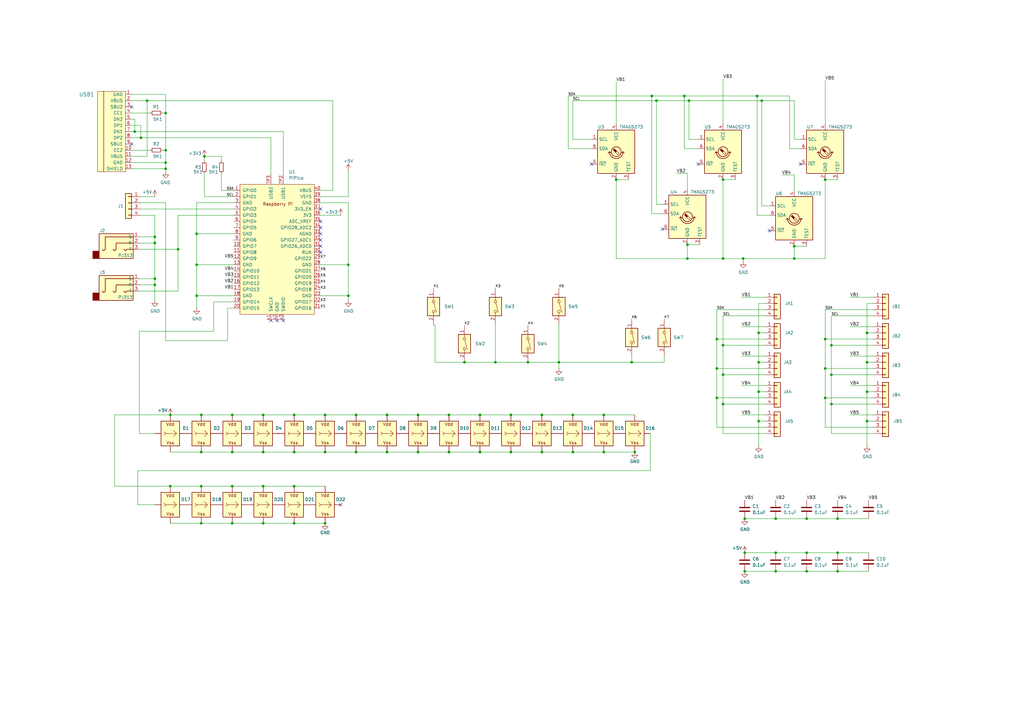
<source format=kicad_sch>
(kicad_sch (version 20250114) (generator "eeschema") (generator_version "9.0")
  (paper "A3")
  (junction (at 343.535 234.315))
  (junction (at 318.135 234.315))
  (junction (at 120.65 185.42))
  (junction (at 338.455 73.66))
  (junction (at 355.6 136.525))
  (junction (at 158.75 170.18))
  (junction (at 57.785 56.515))
  (junction (at 107.95 185.42))
  (junction (at 304.8 106.045))
  (junction (at 63.5 97.155))
  (junction (at 247.65 170.18))
  (junction (at 305.435 226.695))
  (junction (at 269.24 41.275))
  (junction (at 260.35 185.42))
  (junction (at 296.545 141.605))
  (junction (at 107.95 199.39))
  (junction (at 80.645 108.585))
  (junction (at 296.545 153.67))
  (junction (at 196.85 185.42))
  (junction (at 330.835 226.695))
  (junction (at 80.645 95.885))
  (junction (at 171.45 170.18))
  (junction (at 95.25 214.63))
  (junction (at 63.5 99.695))
  (junction (at 82.55 199.39))
  (junction (at 146.05 170.18))
  (junction (at 133.35 185.42))
  (junction (at 69.85 199.39))
  (junction (at 311.15 148.59))
  (junction (at 311.15 172.72))
  (junction (at 80.645 121.285))
  (junction (at 120.65 170.18))
  (junction (at 146.05 185.42))
  (junction (at 338.455 139.065))
  (junction (at 355.6 172.72))
  (junction (at 318.135 212.725))
  (junction (at 282.575 41.275))
  (junction (at 355.6 148.59))
  (junction (at 196.85 170.18))
  (junction (at 234.95 185.42))
  (junction (at 311.15 136.525))
  (junction (at 340.995 165.735))
  (junction (at 252.73 73.66))
  (junction (at 63.5 116.84))
  (junction (at 60.325 41.275))
  (junction (at 107.95 214.63))
  (junction (at 95.25 185.42))
  (junction (at 305.435 212.725))
  (junction (at 312.42 41.275))
  (junction (at 120.65 199.39))
  (junction (at 259.08 148.59))
  (junction (at 67.945 66.675))
  (junction (at 95.25 199.39))
  (junction (at 229.235 148.59))
  (junction (at 294.005 163.195))
  (junction (at 190.5 148.59))
  (junction (at 338.455 163.195))
  (junction (at 343.535 226.695))
  (junction (at 311.15 160.655))
  (junction (at 133.35 170.18))
  (junction (at 67.945 69.215))
  (junction (at 305.435 234.315))
  (junction (at 296.545 106.045))
  (junction (at 247.65 185.42))
  (junction (at 338.455 151.13))
  (junction (at 343.535 212.725))
  (junction (at 184.15 185.42))
  (junction (at 267.335 39.37))
  (junction (at 171.45 185.42))
  (junction (at 280.67 39.37))
  (junction (at 281.94 100.33))
  (junction (at 325.755 100.965))
  (junction (at 67.945 61.595))
  (junction (at 330.835 234.315))
  (junction (at 318.135 226.695))
  (junction (at 67.945 46.355))
  (junction (at 73.025 102.235))
  (junction (at 294.005 151.13))
  (junction (at 310.515 39.37))
  (junction (at 340.995 153.67))
  (junction (at 82.55 214.63))
  (junction (at 82.55 170.18))
  (junction (at 133.35 214.63))
  (junction (at 234.95 170.18))
  (junction (at 222.25 185.42))
  (junction (at 63.5 114.3))
  (junction (at 209.55 170.18))
  (junction (at 83.82 64.135))
  (junction (at 107.95 170.18))
  (junction (at 296.545 73.66))
  (junction (at 340.995 141.605))
  (junction (at 325.755 106.045))
  (junction (at 209.55 185.42))
  (junction (at 95.25 170.18))
  (junction (at 222.25 170.18))
  (junction (at 69.85 170.18))
  (junction (at 142.875 108.585))
  (junction (at 355.6 160.655))
  (junction (at 296.545 165.735))
  (junction (at 82.55 185.42))
  (junction (at 158.75 185.42))
  (junction (at 294.005 139.065))
  (junction (at 55.245 53.975))
  (junction (at 120.65 214.63))
  (junction (at 216.535 148.59))
  (junction (at 330.835 212.725))
  (junction (at 142.875 121.285))
  (junction (at 203.2 148.59))
  (junction (at 281.94 106.045))
  (junction (at 184.15 170.18))
  (no_connect (at 113.665 131.445))
  (no_connect (at 53.975 43.815))
  (no_connect (at 53.975 59.055))
  (no_connect (at 131.445 103.505))
  (no_connect (at 131.445 85.725))
  (no_connect (at 111.125 131.445))
  (no_connect (at 131.445 93.345))
  (no_connect (at 286.385 67.31))
  (no_connect (at 271.78 93.98))
  (no_connect (at 242.57 67.31))
  (no_connect (at 131.445 95.885))
  (no_connect (at 328.295 67.31))
  (no_connect (at 131.445 98.425))
  (no_connect (at 131.445 100.965))
  (no_connect (at 116.205 131.445))
  (no_connect (at 315.595 94.615))
  (no_connect (at 139.7 207.01))
  (no_connect (at 131.445 90.805))
  (wire (pts (xy 87.63 123.825) (xy 87.63 135.89)))
  (wire (pts (xy 63.5 97.155) (xy 57.15 97.155)))
  (wire (pts (xy 325.755 100.965) (xy 330.835 100.965)))
  (wire (pts (xy 67.945 38.735) (xy 67.945 46.355)))
  (wire (pts (xy 267.335 39.37) (xy 267.335 87.63)))
  (wire (pts (xy 325.755 100.965) (xy 325.755 106.045)))
  (wire (pts (xy 304.165 146.05) (xy 313.69 146.05)))
  (wire (pts (xy 330.835 226.695) (xy 343.535 226.695)))
  (wire (pts (xy 131.445 88.265) (xy 139.7 88.265)))
  (wire (pts (xy 90.805 78.105) (xy 95.885 78.105)))
  (wire (pts (xy 80.645 83.185) (xy 80.645 95.885)))
  (wire (pts (xy 338.455 163.195) (xy 358.14 163.195)))
  (wire (pts (xy 348.615 121.92) (xy 358.14 121.92)))
  (wire (pts (xy 190.5 148.59) (xy 203.2 148.59)))
  (wire (pts (xy 171.45 185.42) (xy 184.15 185.42)))
  (wire (pts (xy 355.6 172.72) (xy 358.14 172.72)))
  (wire (pts (xy 355.6 160.655) (xy 355.6 172.72)))
  (wire (pts (xy 95.25 199.39) (xy 107.95 199.39)))
  (wire (pts (xy 355.6 136.525) (xy 355.6 148.59)))
  (wire (pts (xy 222.25 185.42) (xy 234.95 185.42)))
  (wire (pts (xy 120.65 214.63) (xy 133.35 214.63)))
  (wire (pts (xy 67.945 139.7) (xy 67.945 83.185)))
  (wire (pts (xy 83.82 64.135) (xy 83.82 66.04)))
  (wire (pts (xy 131.445 121.285) (xy 142.875 121.285)))
  (wire (pts (xy 73.025 119.38) (xy 73.025 102.235)))
  (wire (pts (xy 73.025 88.265) (xy 95.885 88.265)))
  (wire (pts (xy 272.415 148.59) (xy 272.415 146.05)))
  (wire (pts (xy 53.975 53.975) (xy 55.245 53.975)))
  (wire (pts (xy 311.15 160.655) (xy 311.15 172.72)))
  (wire (pts (xy 247.65 170.18) (xy 260.35 170.18)))
  (wire (pts (xy 60.325 64.135) (xy 60.325 41.275)))
  (wire (pts (xy 46.99 199.39) (xy 69.85 199.39)))
  (wire (pts (xy 80.645 108.585) (xy 95.885 108.585)))
  (wire (pts (xy 133.35 170.18) (xy 146.05 170.18)))
  (wire (pts (xy 142.875 83.185) (xy 142.875 108.585)))
  (wire (pts (xy 296.545 153.67) (xy 296.545 165.735)))
  (wire (pts (xy 311.15 148.59) (xy 313.69 148.59)))
  (wire (pts (xy 259.08 146.05) (xy 259.08 148.59)))
  (wire (pts (xy 305.435 234.315) (xy 318.135 234.315)))
  (wire (pts (xy 296.545 165.735) (xy 296.545 177.8)))
  (wire (pts (xy 95.25 185.42) (xy 107.95 185.42)))
  (wire (pts (xy 281.94 106.045) (xy 296.545 106.045)))
  (wire (pts (xy 196.85 185.42) (xy 209.55 185.42)))
  (wire (pts (xy 242.57 57.15) (xy 234.95 57.15)))
  (wire (pts (xy 259.08 148.59) (xy 272.415 148.59)))
  (wire (pts (xy 294.005 151.13) (xy 294.005 163.195)))
  (wire (pts (xy 131.445 78.105) (xy 136.525 78.105)))
  (wire (pts (xy 57.15 116.84) (xy 63.5 116.84)))
  (wire (pts (xy 348.615 146.05) (xy 358.14 146.05)))
  (wire (pts (xy 234.95 170.18) (xy 247.65 170.18)))
  (wire (pts (xy 63.5 99.695) (xy 63.5 114.3)))
  (wire (pts (xy 56.515 193.04) (xy 56.515 207.01)))
  (wire (pts (xy 80.645 121.285) (xy 95.885 121.285)))
  (wire (pts (xy 338.455 127) (xy 338.455 139.065)))
  (wire (pts (xy 323.85 60.96) (xy 328.295 60.96)))
  (wire (pts (xy 90.805 71.12) (xy 90.805 78.105)))
  (wire (pts (xy 111.125 56.515) (xy 57.785 56.515)))
  (wire (pts (xy 338.455 151.13) (xy 338.455 163.195)))
  (wire (pts (xy 294.005 151.13) (xy 313.69 151.13)))
  (wire (pts (xy 348.615 133.985) (xy 358.14 133.985)))
  (wire (pts (xy 325.755 78.105) (xy 325.755 71.755)))
  (wire (pts (xy 313.69 127) (xy 294.005 127)))
  (wire (pts (xy 90.805 66.04) (xy 90.805 64.135)))
  (wire (pts (xy 358.14 129.54) (xy 340.995 129.54)))
  (wire (pts (xy 234.95 185.42) (xy 247.65 185.42)))
  (wire (pts (xy 277.495 71.12) (xy 281.94 71.12)))
  (wire (pts (xy 294.005 163.195) (xy 294.005 175.26)))
  (wire (pts (xy 338.455 175.26) (xy 358.14 175.26)))
  (wire (pts (xy 80.645 95.885) (xy 80.645 108.585)))
  (wire (pts (xy 304.8 106.045) (xy 325.755 106.045)))
  (wire (pts (xy 142.875 121.285) (xy 142.875 123.19)))
  (wire (pts (xy 83.82 80.645) (xy 95.885 80.645)))
  (wire (pts (xy 63.5 88.265) (xy 63.5 97.155)))
  (wire (pts (xy 340.995 165.735) (xy 340.995 177.8)))
  (wire (pts (xy 133.35 185.42) (xy 146.05 185.42)))
  (wire (pts (xy 311.15 124.46) (xy 311.15 136.525)))
  (wire (pts (xy 120.65 170.18) (xy 133.35 170.18)))
  (wire (pts (xy 233.045 39.37) (xy 267.335 39.37)))
  (wire (pts (xy 90.805 64.135) (xy 83.82 64.135)))
  (wire (pts (xy 340.995 129.54) (xy 340.995 141.605)))
  (wire (pts (xy 296.545 177.8) (xy 313.69 177.8)))
  (wire (pts (xy 252.73 73.66) (xy 257.81 73.66)))
  (wire (pts (xy 116.205 71.755) (xy 116.205 53.975)))
  (wire (pts (xy 229.235 151.13) (xy 229.235 148.59)))
  (wire (pts (xy 343.535 234.315) (xy 356.235 234.315)))
  (wire (pts (xy 233.045 60.96) (xy 233.045 39.37)))
  (wire (pts (xy 55.245 48.895) (xy 55.245 53.975)))
  (wire (pts (xy 269.24 41.275) (xy 282.575 41.275)))
  (wire (pts (xy 280.67 60.96) (xy 280.67 39.37)))
  (wire (pts (xy 310.515 39.37) (xy 323.85 39.37)))
  (wire (pts (xy 57.15 102.235) (xy 73.025 102.235)))
  (wire (pts (xy 116.205 53.975) (xy 55.245 53.975)))
  (wire (pts (xy 282.575 57.15) (xy 286.385 57.15)))
  (wire (pts (xy 313.69 129.54) (xy 296.545 129.54)))
  (wire (pts (xy 330.835 212.725) (xy 343.535 212.725)))
  (wire (pts (xy 69.85 214.63) (xy 82.55 214.63)))
  (wire (pts (xy 355.6 172.72) (xy 355.6 182.88)))
  (wire (pts (xy 46.99 170.18) (xy 69.85 170.18)))
  (wire (pts (xy 252.73 73.66) (xy 252.73 106.045)))
  (wire (pts (xy 203.2 133.35) (xy 203.2 148.59)))
  (wire (pts (xy 343.535 226.695) (xy 356.235 226.695)))
  (wire (pts (xy 209.55 170.18) (xy 222.25 170.18)))
  (wire (pts (xy 294.005 175.26) (xy 313.69 175.26)))
  (wire (pts (xy 63.5 114.3) (xy 63.5 116.84)))
  (wire (pts (xy 46.99 170.18) (xy 46.99 199.39)))
  (wire (pts (xy 318.135 226.695) (xy 330.835 226.695)))
  (wire (pts (xy 358.14 127) (xy 338.455 127)))
  (wire (pts (xy 296.545 106.045) (xy 304.8 106.045)))
  (wire (pts (xy 320.675 71.755) (xy 325.755 71.755)))
  (wire (pts (xy 53.975 66.675) (xy 67.945 66.675)))
  (wire (pts (xy 57.785 51.435) (xy 57.785 56.515)))
  (wire (pts (xy 229.235 148.59) (xy 259.08 148.59)))
  (wire (pts (xy 281.94 100.33) (xy 287.02 100.33)))
  (wire (pts (xy 340.995 153.67) (xy 358.14 153.67)))
  (wire (pts (xy 338.455 139.065) (xy 338.455 151.13)))
  (wire (pts (xy 177.8 133.35) (xy 178.435 133.35)))
  (wire (pts (xy 267.335 39.37) (xy 280.67 39.37)))
  (wire (pts (xy 340.995 141.605) (xy 340.995 153.67)))
  (wire (pts (xy 355.6 124.46) (xy 355.6 136.525)))
  (wire (pts (xy 111.125 71.755) (xy 111.125 56.515)))
  (wire (pts (xy 305.435 226.695) (xy 318.135 226.695)))
  (wire (pts (xy 311.15 160.655) (xy 313.69 160.655)))
  (wire (pts (xy 57.785 88.265) (xy 63.5 88.265)))
  (wire (pts (xy 57.15 119.38) (xy 73.025 119.38)))
  (wire (pts (xy 229.235 133.35) (xy 229.235 148.59)))
  (wire (pts (xy 267.335 87.63) (xy 271.78 87.63)))
  (wire (pts (xy 82.55 170.18) (xy 95.25 170.18)))
  (wire (pts (xy 340.995 165.735) (xy 358.14 165.735)))
  (wire (pts (xy 355.6 148.59) (xy 358.14 148.59)))
  (wire (pts (xy 82.55 199.39) (xy 95.25 199.39)))
  (wire (pts (xy 120.65 185.42) (xy 133.35 185.42)))
  (wire (pts (xy 57.785 85.725) (xy 95.885 85.725)))
  (wire (pts (xy 305.435 212.725) (xy 318.135 212.725)))
  (wire (pts (xy 171.45 170.18) (xy 184.15 170.18)))
  (wire (pts (xy 338.455 163.195) (xy 338.455 175.26)))
  (wire (pts (xy 53.975 64.135) (xy 60.325 64.135)))
  (wire (pts (xy 355.6 136.525) (xy 358.14 136.525)))
  (wire (pts (xy 311.15 148.59) (xy 311.15 160.655)))
  (wire (pts (xy 266.7 193.04) (xy 56.515 193.04)))
  (wire (pts (xy 60.325 41.275) (xy 136.525 41.275)))
  (wire (pts (xy 57.15 114.3) (xy 63.5 114.3)))
  (wire (pts (xy 304.8 106.045) (xy 304.8 107.315)))
  (wire (pts (xy 313.69 124.46) (xy 311.15 124.46)))
  (wire (pts (xy 83.82 71.12) (xy 83.82 80.645)))
  (wire (pts (xy 53.975 56.515) (xy 57.785 56.515)))
  (wire (pts (xy 95.25 170.18) (xy 107.95 170.18)))
  (wire (pts (xy 296.545 141.605) (xy 296.545 153.67)))
  (wire (pts (xy 338.455 106.045) (xy 338.455 73.66)))
  (wire (pts (xy 53.975 61.595) (xy 61.595 61.595)))
  (wire (pts (xy 67.945 83.185) (xy 57.785 83.185)))
  (wire (pts (xy 348.615 158.115) (xy 358.14 158.115)))
  (wire (pts (xy 296.545 73.66) (xy 301.625 73.66)))
  (wire (pts (xy 107.95 214.63) (xy 120.65 214.63)))
  (wire (pts (xy 107.95 185.42) (xy 120.65 185.42)))
  (wire (pts (xy 311.15 172.72) (xy 313.69 172.72)))
  (wire (pts (xy 252.73 33.655) (xy 252.73 50.8)))
  (wire (pts (xy 80.645 108.585) (xy 80.645 121.285)))
  (wire (pts (xy 57.15 99.695) (xy 63.5 99.695)))
  (wire (pts (xy 318.135 212.725) (xy 330.835 212.725)))
  (wire (pts (xy 53.975 46.355) (xy 61.595 46.355)))
  (wire (pts (xy 120.65 199.39) (xy 133.35 199.39)))
  (wire (pts (xy 296.545 153.67) (xy 313.69 153.67)))
  (wire (pts (xy 107.95 170.18) (xy 120.65 170.18)))
  (wire (pts (xy 57.15 135.89) (xy 57.15 177.8)))
  (wire (pts (xy 67.945 69.215) (xy 67.945 70.485)))
  (wire (pts (xy 247.65 185.42) (xy 260.35 185.42)))
  (wire (pts (xy 67.945 61.595) (xy 66.675 61.595)))
  (wire (pts (xy 63.5 80.645) (xy 57.785 80.645)))
  (wire (pts (xy 304.165 158.115) (xy 313.69 158.115)))
  (wire (pts (xy 294.005 139.065) (xy 294.005 151.13)))
  (wire (pts (xy 80.645 95.885) (xy 95.885 95.885)))
  (wire (pts (xy 53.975 38.735) (xy 67.945 38.735)))
  (wire (pts (xy 53.975 41.275) (xy 60.325 41.275)))
  (wire (pts (xy 82.55 214.63) (xy 95.25 214.63)))
  (wire (pts (xy 311.15 172.72) (xy 311.15 182.88)))
  (wire (pts (xy 73.025 102.235) (xy 73.025 88.265)))
  (wire (pts (xy 311.15 136.525) (xy 311.15 148.59)))
  (wire (pts (xy 131.445 83.185) (xy 142.875 83.185)))
  (wire (pts (xy 242.57 60.96) (xy 233.045 60.96)))
  (wire (pts (xy 184.15 185.42) (xy 196.85 185.42)))
  (wire (pts (xy 315.595 84.455) (xy 312.42 84.455)))
  (wire (pts (xy 358.14 124.46) (xy 355.6 124.46)))
  (wire (pts (xy 304.165 121.92) (xy 313.69 121.92)))
  (wire (pts (xy 158.75 170.18) (xy 171.45 170.18)))
  (wire (pts (xy 325.755 41.275) (xy 325.755 57.15)))
  (wire (pts (xy 95.885 83.185) (xy 80.645 83.185)))
  (wire (pts (xy 338.455 73.66) (xy 343.535 73.66)))
  (wire (pts (xy 296.545 141.605) (xy 313.69 141.605)))
  (wire (pts (xy 142.875 108.585) (xy 142.875 121.285)))
  (wire (pts (xy 312.42 41.275) (xy 325.755 41.275)))
  (wire (pts (xy 338.455 139.065) (xy 358.14 139.065)))
  (wire (pts (xy 338.455 151.13) (xy 358.14 151.13)))
  (wire (pts (xy 340.995 177.8) (xy 358.14 177.8)))
  (wire (pts (xy 311.15 136.525) (xy 313.69 136.525)))
  (wire (pts (xy 280.67 39.37) (xy 310.515 39.37)))
  (wire (pts (xy 142.875 80.645) (xy 142.875 69.85)))
  (wire (pts (xy 146.05 185.42) (xy 158.75 185.42)))
  (wire (pts (xy 158.75 185.42) (xy 171.45 185.42)))
  (wire (pts (xy 93.345 126.365) (xy 93.345 139.7)))
  (wire (pts (xy 281.94 100.33) (xy 281.94 106.045)))
  (wire (pts (xy 340.995 141.605) (xy 358.14 141.605)))
  (wire (pts (xy 67.945 139.7) (xy 93.345 139.7)))
  (wire (pts (xy 216.535 148.59) (xy 229.235 148.59)))
  (wire (pts (xy 87.63 135.89) (xy 57.15 135.89)))
  (wire (pts (xy 131.445 108.585) (xy 142.875 108.585)))
  (wire (pts (xy 340.995 153.67) (xy 340.995 165.735)))
  (wire (pts (xy 310.515 88.265) (xy 310.515 39.37)))
  (wire (pts (xy 271.78 83.82) (xy 269.24 83.82)))
  (wire (pts (xy 67.945 46.355) (xy 67.945 61.595)))
  (wire (pts (xy 318.135 234.315) (xy 330.835 234.315)))
  (wire (pts (xy 286.385 60.96) (xy 280.67 60.96)))
  (wire (pts (xy 63.5 116.84) (xy 63.5 123.19)))
  (wire (pts (xy 281.94 77.47) (xy 281.94 71.12)))
  (wire (pts (xy 82.55 185.42) (xy 95.25 185.42)))
  (wire (pts (xy 196.85 170.18) (xy 209.55 170.18)))
  (wire (pts (xy 304.165 133.985) (xy 313.69 133.985)))
  (wire (pts (xy 67.945 66.675) (xy 67.945 69.215)))
  (wire (pts (xy 343.535 212.725) (xy 356.235 212.725)))
  (wire (pts (xy 266.7 177.8) (xy 266.7 193.04)))
  (wire (pts (xy 234.95 41.275) (xy 269.24 41.275)))
  (wire (pts (xy 178.435 133.35) (xy 178.435 148.59)))
  (wire (pts (xy 323.85 39.37) (xy 323.85 60.96)))
  (wire (pts (xy 330.835 234.315) (xy 343.535 234.315)))
  (wire (pts (xy 355.6 148.59) (xy 355.6 160.655)))
  (wire (pts (xy 95.885 123.825) (xy 87.63 123.825)))
  (wire (pts (xy 69.85 199.39) (xy 82.55 199.39)))
  (wire (pts (xy 209.55 185.42) (xy 222.25 185.42)))
  (wire (pts (xy 178.435 148.59) (xy 190.5 148.59)))
  (wire (pts (xy 296.545 73.66) (xy 296.545 106.045)))
  (wire (pts (xy 294.005 139.065) (xy 313.69 139.065)))
  (wire (pts (xy 146.05 170.18) (xy 158.75 170.18)))
  (wire (pts (xy 325.755 57.15) (xy 328.295 57.15)))
  (wire (pts (xy 184.15 170.18) (xy 196.85 170.18)))
  (wire (pts (xy 325.755 106.045) (xy 338.455 106.045)))
  (wire (pts (xy 296.545 165.735) (xy 313.69 165.735)))
  (wire (pts (xy 252.73 106.045) (xy 281.94 106.045)))
  (wire (pts (xy 53.975 69.215) (xy 67.945 69.215)))
  (wire (pts (xy 57.15 177.8) (xy 63.5 177.8)))
  (wire (pts (xy 348.615 170.18) (xy 358.14 170.18)))
  (wire (pts (xy 53.975 51.435) (xy 57.785 51.435)))
  (wire (pts (xy 67.945 61.595) (xy 67.945 66.675)))
  (wire (pts (xy 95.25 214.63) (xy 107.95 214.63)))
  (wire (pts (xy 296.545 32.385) (xy 296.545 50.8)))
  (wire (pts (xy 56.515 207.01) (xy 63.5 207.01)))
  (wire (pts (xy 294.005 163.195) (xy 313.69 163.195)))
  (wire (pts (xy 282.575 41.275) (xy 282.575 57.15)))
  (wire (pts (xy 222.25 170.18) (xy 234.95 170.18)))
  (wire (pts (xy 95.885 126.365) (xy 93.345 126.365)))
  (wire (pts (xy 53.975 48.895) (xy 55.245 48.895)))
  (wire (pts (xy 296.545 129.54) (xy 296.545 141.605)))
  (wire (pts (xy 282.575 41.275) (xy 312.42 41.275)))
  (wire (pts (xy 315.595 88.265) (xy 310.515 88.265)))
  (wire (pts (xy 67.945 46.355) (xy 66.675 46.355)))
  (wire (pts (xy 69.85 185.42) (xy 82.55 185.42)))
  (wire (pts (xy 355.6 160.655) (xy 358.14 160.655)))
  (wire (pts (xy 269.24 83.82) (xy 269.24 41.275)))
  (wire (pts (xy 69.85 170.18) (xy 82.55 170.18)))
  (wire (pts (xy 312.42 41.275) (xy 312.42 84.455)))
  (wire (pts (xy 304.165 170.18) (xy 313.69 170.18)))
  (wire (pts (xy 63.5 99.695) (xy 63.5 97.155)))
  (wire (pts (xy 294.005 127) (xy 294.005 139.065)))
  (wire (pts (xy 338.455 33.02) (xy 338.455 50.8)))
  (wire (pts (xy 234.95 57.15) (xy 234.95 41.275)))
  (wire (pts (xy 131.445 80.645) (xy 142.875 80.645)))
  (wire (pts (xy 80.645 121.285) (xy 80.645 126.365)))
  (wire (pts (xy 136.525 41.275) (xy 136.525 78.105)))
  (wire (pts (xy 107.95 199.39) (xy 120.65 199.39)))
  (wire (pts (xy 203.2 148.59) (xy 216.535 148.59)))
  (label "K7" (at 272.415 130.81 0) (effects (font (size 1 1))))
  (label "VB2" (at 95.885 116.205 180))
  (label "VB4" (at 95.885 111.125 180))
  (label "VB5" (at 304.165 170.18 0))
  (label "SCL" (at 234.95 41.275 0) (effects (font (size 1 1))))
  (label "K3" (at 203.2 118.11 0) (effects (font (size 1 1))))
  (label "VB5" (at 95.885 106.045 180))
  (label "VB4" (at 348.615 158.115 0))
  (label "K5" (at 229.235 118.11 0) (effects (font (size 1 1))))
  (label "VB3" (at 95.885 113.665 180))
  (label "VB2" (at 277.495 71.12 0))
  (label "VB2" (at 318.135 205.105 0))
  (label "SDA" (at 338.455 127 0) (effects (font (size 1 1))))
  (label "K1" (at 131.445 126.365 0) (effects (font (size 1 1))))
  (label "K5" (at 131.445 113.665 0) (effects (font (size 1 1))))
  (label "VB1" (at 252.73 33.655 0))
  (label "K4" (at 216.535 133.35 0) (effects (font (size 1 1))))
  (label "K4" (at 131.445 116.205 0) (effects (font (size 1 1))))
  (label "SDA" (at 95.885 78.105 180) (effects (font (size 1 1))))
  (label "VB1" (at 348.615 121.92 0))
  (label "VB3" (at 330.835 205.105 0))
  (label "K2" (at 131.445 123.825 0) (effects (font (size 1 1))))
  (label "K6" (at 259.08 130.81 0) (effects (font (size 1 1))))
  (label "K7" (at 131.445 106.045 0) (effects (font (size 1 1))))
  (label "VB1" (at 305.435 205.105 0))
  (label "K6" (at 131.445 111.125 0) (effects (font (size 1 1))))
  (label "VB5" (at 348.615 170.18 0))
  (label "VB3" (at 296.545 32.385 0))
  (label "SCL" (at 95.885 80.645 180) (effects (font (size 1 1))))
  (label "VB4" (at 304.165 158.115 0))
  (label "SCL" (at 340.995 129.54 0) (effects (font (size 1 1))))
  (label "K2" (at 190.5 133.35 0) (effects (font (size 1 1))))
  (label "VB2" (at 304.165 133.985 0))
  (label "VB3" (at 348.615 146.05 0))
  (label "VB2" (at 348.615 133.985 0))
  (label "VB1" (at 95.885 118.745 180))
  (label "K3" (at 131.445 118.745 0) (effects (font (size 1 1))))
  (label "SDA" (at 233.045 39.37 0) (effects (font (size 1 1))))
  (label "VB4" (at 320.675 71.755 0))
  (label "VB5" (at 338.455 33.02 0))
  (label "VB1" (at 304.165 121.92 0))
  (label "SCL" (at 296.545 129.54 0) (effects (font (size 1 1))))
  (label "K1" (at 177.8 118.11 0) (effects (font (size 1 1))))
  (label "VB5" (at 356.235 205.105 0))
  (label "VB4" (at 343.535 205.105 0))
  (label "VB3" (at 304.165 146.05 0))
  (label "SDA" (at 294.005 127 0) (effects (font (size 1 1))))
  (symbol (lib_id "Type-C:HRO-TYPE-C-31-M-12") (at 51.435 52.705 0) (unit 1)
    (property "Reference" "USB1" (at 32.385 38.735 0) (effects (font (size 1.524 1.524)) (justify left)))
    (property "Value" "U262-161N-4BVC11" (effects (hide yes)))
    (property "Footprint" "Type-C:HRO-TYPE-C-31-M-12-Assembly" (effects (hide yes)))
    (property "LCSC" "C319148" (effects (hide yes)))
  )
  (symbol (lib_id "power:GND") (at 67.945 70.485 0) (mirror y) (unit 1)
    (property "Reference" "#PWR0112" (effects (hide yes)))
    (property "Value" "GND" (at 67.818 74.8792 0))
    (property "Description" "Power symbol creates a global label with name \"GND\" , ground" (effects (hide yes)))
  )
  (symbol (lib_id "Device:R_Small") (at 64.135 61.595 90) (unit 1)
    (property "Reference" "R2" (at 65.405 59.055 90) (effects (justify left)))
    (property "Value" "5K1" (at 66.675 64.135 90) (effects (justify left)))
    (property "Footprint" "Resistor_SMD:R_0603_1608Metric_Pad0.98x0.95mm_HandSolder" (effects (hide yes)))
    (property "Description" "Resistor, small symbol" (effects (hide yes)))
    (property "LCSC" "C23186" (effects (hide yes)))
  )
  (symbol (lib_id "Device:R_Small") (at 64.135 46.355 90) (unit 1)
    (property "Reference" "R1" (at 65.405 43.815 90) (effects (justify left)))
    (property "Value" "5K1" (at 66.675 48.895 90) (effects (justify left)))
    (property "Footprint" "Resistor_SMD:R_0603_1608Metric_Pad0.98x0.95mm_HandSolder" (effects (hide yes)))
    (property "Description" "Resistor, small symbol" (effects (hide yes)))
    (property "LCSC" "C23186" (effects (hide yes)))
  )
  (symbol (lib_id "Device:C") (at 330.835 230.505 0) (unit 1)
    (property "Reference" "C8" (at 334.01 229.2349 0) (effects (justify left)))
    (property "Value" "0.1uF" (at 334.01 231.7749 0) (effects (justify left)))
    (property "Footprint" "Capacitor_SMD:C_0603_1608Metric_Pad1.08x0.95mm_HandSolder" (effects (hide yes)))
    (property "Description" "Unpolarized capacitor" (effects (hide yes)))
  )
  (symbol (lib_id "Connector_Generic:Conn_01x04") (at 318.77 124.46 0) (unit 1)
    (property "Reference" "JA1" (at 321.945 124.4599 0) (effects (justify left)))
    (property "Value" "Conn_01x04" (effects (hide yes)))
    (property "Footprint" "musec_pico:SH1.0_4P_Solder_Combo" (effects (hide yes)))
    (property "Description" "Generic connector, single row, 01x04, script generated (kicad-library-utils/schlib/autogen/connector/)" (effects (hide yes)))
  )
  (symbol (lib_id "Device:C") (at 305.435 230.505 0) (unit 1)
    (property "Reference" "C6" (at 308.61 229.2349 0) (effects (justify left)))
    (property "Value" "0.1uF" (at 308.61 231.7749 0) (effects (justify left)))
    (property "Footprint" "Capacitor_SMD:C_0603_1608Metric_Pad1.08x0.95mm_HandSolder" (effects (hide yes)))
    (property "Description" "Unpolarized capacitor" (effects (hide yes)))
  )
  (symbol (lib_id "musec_pico:TMAG5273") (at 325.755 89.535 0) (unit 1)
    (property "Reference" "U6" (at 318.135 79.375 0) (effects (justify left)))
    (property "Value" "TMAG5273" (at 327.025 79.375 0) (effects (justify left)))
    (property "Footprint" "Package_TO_SOT_SMD:TSOT-23-6_HandSoldering" (effects (hide yes)))
    (property "Datasheet" "https://www.ti.com/lit/ds/symlink/tmag5170-q1.pdf" (effects (hide yes)))
    (property "Description" "Magnetic 3-axis linear sensor, 12-bit, I2C, SOT23-6" (effects (hide yes)))
  )
  (symbol (lib_id "Device:C") (at 343.535 208.915 0) (unit 1)
    (property "Reference" "C4" (at 346.71 207.6449 0) (effects (justify left)))
    (property "Value" "0.1uF" (at 346.71 210.1849 0) (effects (justify left)))
    (property "Footprint" "Capacitor_SMD:C_0603_1608Metric_Pad1.08x0.95mm_HandSolder" (effects (hide yes)))
    (property "Description" "Unpolarized capacitor" (effects (hide yes)))
  )
  (symbol (lib_id "Device:C") (at 330.835 208.915 0) (unit 1)
    (property "Reference" "C3" (at 334.01 207.6449 0) (effects (justify left)))
    (property "Value" "0.1uF" (at 334.01 210.1849 0) (effects (justify left)))
    (property "Footprint" "Capacitor_SMD:C_0603_1608Metric_Pad1.08x0.95mm_HandSolder" (effects (hide yes)))
    (property "Description" "Unpolarized capacitor" (effects (hide yes)))
  )
  (symbol (lib_id "Connector_Generic:Conn_01x04") (at 318.77 148.59 0) (unit 1)
    (property "Reference" "JA3" (at 321.31 148.5899 0) (effects (justify left)))
    (property "Value" "Conn_01x04" (effects (hide yes)))
    (property "Footprint" "musec_pico:SH1.0_4P_Solder_Combo" (effects (hide yes)))
    (property "Description" "Generic connector, single row, 01x04, script generated (kicad-library-utils/schlib/autogen/connector/)" (effects (hide yes)))
  )
  (symbol (lib_id "musec_pico:WS2812B_Unified") (at 171.45 177.8 0) (unit 1)
    (property "Reference" "D9" (at 177.8 175.641 0))
    (property "Value" "WS2812B_Unified" (effects (hide yes)))
    (property "Footprint" "musec_pico:WS2812B-2835" (effects (hide yes)))
    (property "Description" "RGB LED with integrated controller" (effects (hide yes)))
  )
  (symbol (lib_id "musec_pico:WS2812B_Unified") (at 69.85 177.8 0) (unit 1)
    (property "Reference" "D1" (at 76.2 175.641 0))
    (property "Value" "WS2812B_Unified" (effects (hide yes)))
    (property "Footprint" "musec_pico:WS2812B-2835" (effects (hide yes)))
    (property "Description" "RGB LED with integrated controller" (effects (hide yes)))
  )
  (symbol (lib_id "Connector_Generic:Conn_01x04") (at 318.77 160.655 0) (unit 1)
    (property "Reference" "JA4" (at 321.31 160.6549 0) (effects (justify left)))
    (property "Value" "Conn_01x04" (effects (hide yes)))
    (property "Footprint" "musec_pico:SH1.0_4P_Solder_Combo" (effects (hide yes)))
    (property "Description" "Generic connector, single row, 01x04, script generated (kicad-library-utils/schlib/autogen/connector/)" (effects (hide yes)))
  )
  (symbol (lib_id "power:GND") (at 80.645 126.365 0) (unit 1)
    (property "Reference" "#PWR0125" (effects (hide yes)))
    (property "Value" "GND" (at 80.772 130.7592 0))
    (property "Description" "Power symbol creates a global label with name \"GND\" , ground" (effects (hide yes)))
  )
  (symbol (lib_id "power:GND") (at 142.875 123.19 0) (unit 1)
    (property "Reference" "#PWR0103" (effects (hide yes)))
    (property "Value" "GND" (at 143.002 127.5842 0))
    (property "Description" "Power symbol creates a global label with name \"GND\" , ground" (effects (hide yes)))
  )
  (symbol (lib_id "musec_pico:WS2812B_Unified") (at 120.65 207.01 0) (unit 1)
    (property "Reference" "D21" (at 127 204.851 0))
    (property "Value" "WS2812B_Unified" (effects (hide yes)))
    (property "Footprint" "musec_pico:WS2812B-2835" (effects (hide yes)))
    (property "Description" "RGB LED with integrated controller" (effects (hide yes)))
  )
  (symbol (lib_id "musec_pico:TMAG5273") (at 252.73 62.23 0) (unit 1)
    (property "Reference" "U3" (at 245.11 52.07 0) (effects (justify left)))
    (property "Value" "TMAG5273" (at 254 52.07 0) (effects (justify left)))
    (property "Footprint" "Package_TO_SOT_SMD:TSOT-23-6_HandSoldering" (effects (hide yes)))
    (property "Datasheet" "https://www.ti.com/lit/ds/symlink/tmag5170-q1.pdf" (effects (hide yes)))
    (property "Description" "Magnetic 3-axis linear sensor, 12-bit, I2C, SOT23-6" (effects (hide yes)))
  )
  (symbol (lib_id "musec_pico:WS2812B_Unified") (at 184.15 177.8 0) (unit 1)
    (property "Reference" "D10" (at 190.5 175.641 0))
    (property "Value" "WS2812B_Unified" (effects (hide yes)))
    (property "Footprint" "musec_pico:WS2812B-2835" (effects (hide yes)))
    (property "Description" "RGB LED with integrated controller" (effects (hide yes)))
  )
  (symbol (lib_id "Switch:SW_DIP_x01") (at 272.415 138.43 270) (unit 1)
    (property "Reference" "SW7" (at 276.225 138.4299 90) (effects (justify left)))
    (property "Value" "SW_DIP_x01" (effects (hide yes)))
    (property "Footprint" "musec_pico:SW_Kailh_Choc_V1V2_1.00u_LED" (effects (hide yes)))
    (property "Description" "1x DIP Switch, Single Pole Single Throw (SPST) switch, small symbol" (effects (hide yes)))
  )
  (symbol (lib_id "musec_pico:WS2812B_Unified") (at 222.25 177.8 0) (unit 1)
    (property "Reference" "D13" (at 228.6 175.641 0))
    (property "Value" "WS2812B_Unified" (effects (hide yes)))
    (property "Footprint" "musec_pico:WS2812B-2835" (effects (hide yes)))
    (property "Description" "RGB LED with integrated controller" (effects (hide yes)))
  )
  (symbol (lib_id "Switch:SW_DIP_x01") (at 203.2 125.73 270) (unit 1)
    (property "Reference" "SW3" (at 207.01 125.7299 90) (effects (justify left)))
    (property "Value" "SW_DIP_x01" (effects (hide yes)))
    (property "Footprint" "musec_pico:SW_Kailh_Choc_V1V2_1.00u_LED" (effects (hide yes)))
    (property "Description" "1x DIP Switch, Single Pole Single Throw (SPST) switch, small symbol" (effects (hide yes)))
  )
  (symbol (lib_id "Device:C") (at 343.535 230.505 0) (unit 1)
    (property "Reference" "C9" (at 346.71 229.2349 0) (effects (justify left)))
    (property "Value" "0.1uF" (at 346.71 231.7749 0) (effects (justify left)))
    (property "Footprint" "Capacitor_SMD:C_0603_1608Metric_Pad1.08x0.95mm_HandSolder" (effects (hide yes)))
    (property "Description" "Unpolarized capacitor" (effects (hide yes)))
  )
  (symbol (lib_id "musec_pico:WS2812B_Unified") (at 196.85 177.8 0) (unit 1)
    (property "Reference" "D11" (at 203.2 175.641 0))
    (property "Value" "WS2812B_Unified" (effects (hide yes)))
    (property "Footprint" "musec_pico:WS2812B-2835" (effects (hide yes)))
    (property "Description" "RGB LED with integrated controller" (effects (hide yes)))
  )
  (symbol (lib_id "Connector_Generic:Conn_01x04") (at 363.22 172.72 0) (unit 1)
    (property "Reference" "JB5" (at 366.395 172.7199 0) (effects (justify left)))
    (property "Value" "Conn_01x04" (effects (hide yes)))
    (property "Footprint" "musec_pico:SH1.0_4P_Solder_Combo" (effects (hide yes)))
    (property "Description" "Generic connector, single row, 01x04, script generated (kicad-library-utils/schlib/autogen/connector/)" (effects (hide yes)))
  )
  (symbol (lib_id "musec_pico:WS2812B_Unified") (at 209.55 177.8 0) (unit 1)
    (property "Reference" "D12" (at 215.9 175.641 0))
    (property "Value" "WS2812B_Unified" (effects (hide yes)))
    (property "Footprint" "musec_pico:WS2812B-2835" (effects (hide yes)))
    (property "Description" "RGB LED with integrated controller" (effects (hide yes)))
  )
  (symbol (lib_id "musec_pico:TMAG5273") (at 281.94 88.9 0) (unit 1)
    (property "Reference" "U4" (at 274.955 78.74 0) (effects (justify left)))
    (property "Value" "TMAG5273" (at 283.21 78.74 0) (effects (justify left)))
    (property "Footprint" "Package_TO_SOT_SMD:TSOT-23-6_HandSoldering" (effects (hide yes)))
    (property "Datasheet" "https://www.ti.com/lit/ds/symlink/tmag5170-q1.pdf" (effects (hide yes)))
    (property "Description" "Magnetic 3-axis linear sensor, 12-bit, I2C, SOT23-6" (effects (hide yes)))
  )
  (symbol (lib_id "Connector_Generic:Conn_01x04") (at 52.705 83.185 0) (mirror y) (unit 1)
    (property "Reference" "J1" (at 49.53 84.455 0))
    (property "Value" "Pedal" (effects (hide yes)))
    (property "Footprint" "musec_pico:SH1.0_4P_Solder_Combo" (effects (hide yes)))
    (property "Description" "Generic connector, single row, 01x04, script generated (kicad-library-utils/schlib/autogen/connector/)" (effects (hide yes)))
  )
  (symbol (lib_id "Connector_Generic:Conn_01x04") (at 363.22 148.59 0) (unit 1)
    (property "Reference" "JB3" (at 365.76 149.8599 0) (effects (justify left)))
    (property "Value" "Conn_01x04" (effects (hide yes)))
    (property "Footprint" "musec_pico:SH1.0_4P_Solder_Combo" (effects (hide yes)))
    (property "Description" "Generic connector, single row, 01x04, script generated (kicad-library-utils/schlib/autogen/connector/)" (effects (hide yes)))
  )
  (symbol (lib_id "Device:C") (at 356.235 208.915 0) (unit 1)
    (property "Reference" "C5" (at 359.41 207.6449 0) (effects (justify left)))
    (property "Value" "0.1uF" (at 359.41 210.1849 0) (effects (justify left)))
    (property "Footprint" "Capacitor_SMD:C_0603_1608Metric_Pad1.08x0.95mm_HandSolder" (effects (hide yes)))
    (property "Description" "Unpolarized capacitor" (effects (hide yes)))
  )
  (symbol (lib_id "power:+5V") (at 63.5 80.645 0) (unit 1)
    (property "Reference" "#PWR09" (effects (hide yes)))
    (property "Value" "+5V" (at 60.325 78.74 0))
    (property "Description" "Power symbol creates a global label with name \"+5V\"" (effects (hide yes)))
  )
  (symbol (lib_id "power:+5V") (at 142.875 69.85 0) (unit 1)
    (property "Reference" "#PWR01" (effects (hide yes)))
    (property "Value" "+5V" (at 142.875 66.04 0))
    (property "Description" "Power symbol creates a global label with name \"+5V\"" (effects (hide yes)))
  )
  (symbol (lib_id "musec_pico:WS2812B_Unified") (at 158.75 177.8 0) (unit 1)
    (property "Reference" "D8" (at 165.1 175.641 0))
    (property "Value" "WS2812B_Unified" (effects (hide yes)))
    (property "Footprint" "musec_pico:WS2812B-2835" (effects (hide yes)))
    (property "Description" "RGB LED with integrated controller" (effects (hide yes)))
  )
  (symbol (lib_id "power:+3V3") (at 83.82 64.135 0) (unit 1)
    (property "Reference" "#PWR010" (effects (hide yes)))
    (property "Value" "+3V3" (at 80.01 62.865 0))
    (property "Description" "Power symbol creates a global label with name \"+3V3\"" (effects (hide yes)))
  )
  (symbol (lib_id "musec_pico:WS2812B_Unified") (at 95.25 207.01 0) (unit 1)
    (property "Reference" "D19" (at 101.6 204.851 0))
    (property "Value" "WS2812B_Unified" (effects (hide yes)))
    (property "Footprint" "musec_pico:WS2812B-2835" (effects (hide yes)))
    (property "Description" "RGB LED with integrated controller" (effects (hide yes)))
  )
  (symbol (lib_id "power:GND") (at 260.35 185.42 0) (unit 1)
    (property "Reference" "#PWR0101" (effects (hide yes)))
    (property "Value" "GND" (at 260.35 189.23 0))
    (property "Description" "Power symbol creates a global label with name \"GND\" , ground" (effects (hide yes)))
  )
  (symbol (lib_id "musec_pico:WS2812B_Unified") (at 133.35 207.01 0) (unit 1)
    (property "Reference" "D22" (at 139.7 204.851 0))
    (property "Value" "WS2812B_Unified" (effects (hide yes)))
    (property "Footprint" "musec_pico:WS2812B-2835" (effects (hide yes)))
    (property "Description" "RGB LED with integrated controller" (effects (hide yes)))
  )
  (symbol (lib_id "Switch:SW_DIP_x01") (at 190.5 140.97 270) (unit 1)
    (property "Reference" "SW2" (at 194.945 140.9699 90) (effects (justify left)))
    (property "Value" "SW_DIP_x01" (effects (hide yes)))
    (property "Footprint" "musec_pico:SW_Kailh_Choc_V1V2_1.00u_LED" (effects (hide yes)))
    (property "Description" "1x DIP Switch, Single Pole Single Throw (SPST) switch, small symbol" (effects (hide yes)))
  )
  (symbol (lib_id "power:GND") (at 229.235 151.13 0) (unit 1)
    (property "Reference" "#PWR0108" (effects (hide yes)))
    (property "Value" "GND" (at 229.362 155.5242 0))
    (property "Description" "Power symbol creates a global label with name \"GND\" , ground" (effects (hide yes)))
  )
  (symbol (lib_id "musec_pico:WS2812B_Unified") (at 120.65 177.8 0) (unit 1)
    (property "Reference" "D5" (at 127 175.641 0))
    (property "Value" "WS2812B_Unified" (effects (hide yes)))
    (property "Footprint" "musec_pico:WS2812B-2835" (effects (hide yes)))
    (property "Description" "RGB LED with integrated controller" (effects (hide yes)))
  )
  (symbol (lib_id "Switch:SW_DIP_x01") (at 177.8 125.73 270) (unit 1)
    (property "Reference" "SW1" (at 182.245 125.7299 90) (effects (justify left)))
    (property "Value" "SW_DIP_x01" (effects (hide yes)))
    (property "Footprint" "musec_pico:SW_Kailh_Choc_V1V2_1.00u_LED" (effects (hide yes)))
    (property "Description" "1x DIP Switch, Single Pole Single Throw (SPST) switch, small symbol" (effects (hide yes)))
  )
  (symbol (lib_id "musec_pico:WS2812B_Unified") (at 234.95 177.8 0) (unit 1)
    (property "Reference" "D14" (at 241.3 175.641 0))
    (property "Value" "WS2812B_Unified" (effects (hide yes)))
    (property "Footprint" "musec_pico:WS2812B-2835" (effects (hide yes)))
    (property "Description" "RGB LED with integrated controller" (effects (hide yes)))
  )
  (symbol (lib_id "musec_pico:WS2812B_Unified") (at 82.55 177.8 0) (unit 1)
    (property "Reference" "D2" (at 88.9 175.641 0))
    (property "Value" "WS2812B_Unified" (effects (hide yes)))
    (property "Footprint" "musec_pico:WS2812B-2835" (effects (hide yes)))
    (property "Description" "RGB LED with integrated controller" (effects (hide yes)))
  )
  (symbol (lib_id "Connector_Generic:Conn_01x04") (at 363.22 160.655 0) (unit 1)
    (property "Reference" "JB4" (at 365.76 161.9249 0) (effects (justify left)))
    (property "Value" "Conn_01x04" (effects (hide yes)))
    (property "Footprint" "musec_pico:SH1.0_4P_Solder_Combo" (effects (hide yes)))
    (property "Description" "Generic connector, single row, 01x04, script generated (kicad-library-utils/schlib/autogen/connector/)" (effects (hide yes)))
  )
  (symbol (lib_id "Device:C") (at 305.435 208.915 0) (unit 1)
    (property "Reference" "C1" (at 308.61 207.6449 0) (effects (justify left)))
    (property "Value" "0.1uF" (at 308.61 210.1849 0) (effects (justify left)))
    (property "Footprint" "Capacitor_SMD:C_0603_1608Metric_Pad1.08x0.95mm_HandSolder" (effects (hide yes)))
    (property "Description" "Unpolarized capacitor" (effects (hide yes)))
  )
  (symbol (lib_id "musec_pico:WS2812B_Unified") (at 107.95 207.01 0) (unit 1)
    (property "Reference" "D20" (at 114.3 204.851 0))
    (property "Value" "WS2812B_Unified" (effects (hide yes)))
    (property "Footprint" "musec_pico:WS2812B-2835" (effects (hide yes)))
    (property "Description" "RGB LED with integrated controller" (effects (hide yes)))
  )
  (symbol (lib_id "musec_pico:WS2812B_Unified") (at 260.35 177.8 0) (unit 1)
    (property "Reference" "D16" (at 266.7 175.641 0))
    (property "Value" "WS2812B_Unified" (effects (hide yes)))
    (property "Footprint" "musec_pico:WS2812B-2835" (effects (hide yes)))
    (property "Description" "RGB LED with integrated controller" (effects (hide yes)))
  )
  (symbol (lib_id "Connector_Generic:Conn_01x04") (at 318.77 136.525 0) (unit 1)
    (property "Reference" "JA2" (at 321.945 136.5249 0) (effects (justify left)))
    (property "Value" "Conn_01x04" (effects (hide yes)))
    (property "Footprint" "musec_pico:SH1.0_4P_Solder_Combo" (effects (hide yes)))
    (property "Description" "Generic connector, single row, 01x04, script generated (kicad-library-utils/schlib/autogen/connector/)" (effects (hide yes)))
  )
  (symbol (lib_id "power:GND") (at 311.15 182.88 0) (unit 1)
    (property "Reference" "#PWR03" (effects (hide yes)))
    (property "Value" "GND" (at 311.277 187.2742 0))
    (property "Description" "Power symbol creates a global label with name \"GND\" , ground" (effects (hide yes)))
  )
  (symbol (lib_id "Device:R_Small") (at 90.805 68.58 180) (unit 1)
    (property "Reference" "R4" (at 89.535 68.58 0) (effects (justify left)))
    (property "Value" "5K1" (at 89.535 70.485 0) (effects (justify left)))
    (property "Footprint" "Resistor_SMD:R_0603_1608Metric_Pad0.98x0.95mm_HandSolder" (effects (hide yes)))
    (property "Description" "Resistor, small symbol" (effects (hide yes)))
    (property "LCSC" "C23186" (effects (hide yes)))
  )
  (symbol (lib_id "musec_pico:TMAG5273") (at 296.545 62.23 0) (unit 1)
    (property "Reference" "U5" (at 288.925 52.07 0) (effects (justify left)))
    (property "Value" "TMAG5273" (at 297.815 52.07 0) (effects (justify left)))
    (property "Footprint" "Package_TO_SOT_SMD:TSOT-23-6_HandSoldering" (effects (hide yes)))
    (property "Datasheet" "https://www.ti.com/lit/ds/symlink/tmag5170-q1.pdf" (effects (hide yes)))
    (property "Description" "Magnetic 3-axis linear sensor, 12-bit, I2C, SOT23-6" (effects (hide yes)))
  )
  (symbol (lib_id "power:+5V") (at 69.85 170.18 0) (unit 1)
    (property "Reference" "#PWR0102" (effects (hide yes)))
    (property "Value" "+5V" (at 66.675 168.275 0))
    (property "Description" "Power symbol creates a global label with name \"+5V\"" (effects (hide yes)))
  )
  (symbol (lib_id "power:GND") (at 305.435 212.725 0) (unit 1)
    (property "Reference" "#PWR0106" (effects (hide yes)))
    (property "Value" "GND" (at 305.562 217.1192 0))
    (property "Description" "Power symbol creates a global label with name \"GND\" , ground" (effects (hide yes)))
  )
  (symbol (lib_id "musec_pico:WS2812B_Unified") (at 107.95 177.8 0) (unit 1)
    (property "Reference" "D4" (at 114.3 175.641 0))
    (property "Value" "WS2812B_Unified" (effects (hide yes)))
    (property "Footprint" "musec_pico:WS2812B-2835" (effects (hide yes)))
    (property "Description" "RGB LED with integrated controller" (effects (hide yes)))
  )
  (symbol (lib_id "power:GND") (at 63.5 123.19 0) (unit 1)
    (property "Reference" "#PWR08" (effects (hide yes)))
    (property "Value" "GND" (at 63.627 127.5842 0))
    (property "Description" "Power symbol creates a global label with name \"GND\" , ground" (effects (hide yes)))
  )
  (symbol (lib_id "Device:C") (at 318.135 230.505 0) (unit 1)
    (property "Reference" "C7" (at 321.31 229.2349 0) (effects (justify left)))
    (property "Value" "0.1uF" (at 321.31 231.7749 0) (effects (justify left)))
    (property "Footprint" "Capacitor_SMD:C_0603_1608Metric_Pad1.08x0.95mm_HandSolder" (effects (hide yes)))
    (property "Description" "Unpolarized capacitor" (effects (hide yes)))
  )
  (symbol (lib_id "musec_pico:WS2812B_Unified") (at 69.85 207.01 0) (unit 1)
    (property "Reference" "D17" (at 76.2 204.851 0))
    (property "Value" "WS2812B_Unified" (effects (hide yes)))
    (property "Footprint" "musec_pico:WS2812B-2835" (effects (hide yes)))
    (property "Description" "RGB LED with integrated controller" (effects (hide yes)))
  )
  (symbol (lib_id "power:GND") (at 304.8 107.315 0) (unit 1)
    (property "Reference" "#PWR05" (effects (hide yes)))
    (property "Value" "GND" (at 304.927 111.7092 0))
    (property "Description" "Power symbol creates a global label with name \"GND\" , ground" (effects (hide yes)))
  )
  (symbol (lib_id "musec_pico:PJ313") (at 48.26 116.84 0) (unit 1)
    (property "Reference" "J3" (at 41.91 111.76 0))
    (property "Value" "PJ313" (at 51.435 121.92 0))
    (property "Footprint" "musec_pico:PJ313" (effects (hide yes)))
    (property "Description" "3.5mm PJ313" (effects (hide yes)))
  )
  (symbol (lib_id "Device:R_Small") (at 83.82 68.58 180) (unit 1)
    (property "Reference" "R3" (at 82.55 68.58 0) (effects (justify left)))
    (property "Value" "5K1" (at 83.185 70.485 0) (effects (justify left)))
    (property "Footprint" "Resistor_SMD:R_0603_1608Metric_Pad0.98x0.95mm_HandSolder" (effects (hide yes)))
    (property "Description" "Resistor, small symbol" (effects (hide yes)))
    (property "LCSC" "C23186" (effects (hide yes)))
  )
  (symbol (lib_id "musec_pico:TMAG5273") (at 338.455 62.23 0) (unit 1)
    (property "Reference" "U7" (at 330.835 52.07 0) (effects (justify left)))
    (property "Value" "TMAG5273" (at 339.725 52.07 0) (effects (justify left)))
    (property "Footprint" "Package_TO_SOT_SMD:TSOT-23-6_HandSoldering" (effects (hide yes)))
    (property "Datasheet" "https://www.ti.com/lit/ds/symlink/tmag5170-q1.pdf" (effects (hide yes)))
    (property "Description" "Magnetic 3-axis linear sensor, 12-bit, I2C, SOT23-6" (effects (hide yes)))
  )
  (symbol (lib_id "power:+5V") (at 305.435 226.695 0) (unit 1)
    (property "Reference" "#PWR07" (effects (hide yes)))
    (property "Value" "+5V" (at 302.26 224.79 0))
    (property "Description" "Power symbol creates a global label with name \"+5V\"" (effects (hide yes)))
  )
  (symbol (lib_id "Connector_Generic:Conn_01x04") (at 318.77 172.72 0) (unit 1)
    (property "Reference" "JA5" (at 321.945 172.7199 0) (effects (justify left)))
    (property "Value" "Conn_01x04" (effects (hide yes)))
    (property "Footprint" "musec_pico:SH1.0_4P_Solder_Combo" (effects (hide yes)))
    (property "Description" "Generic connector, single row, 01x04, script generated (kicad-library-utils/schlib/autogen/connector/)" (effects (hide yes)))
  )
  (symbol (lib_id "Switch:SW_DIP_x01") (at 216.535 140.97 270) (unit 1)
    (property "Reference" "SW4" (at 220.345 140.9699 90) (effects (justify left)))
    (property "Value" "SW_DIP_x01" (effects (hide yes)))
    (property "Footprint" "musec_pico:SW_Kailh_Choc_V1V2_1.00u_LED" (effects (hide yes)))
    (property "Description" "1x DIP Switch, Single Pole Single Throw (SPST) switch, small symbol" (effects (hide yes)))
  )
  (symbol (lib_id "musec_pico:PiPico") (at 113.665 102.235 0) (unit 1)
    (property "Reference" "U1" (at 118.3991 70.485 0) (effects (justify left)))
    (property "Value" "PiPico" (at 118.3991 73.025 0) (effects (justify left)))
    (property "Footprint" "musec_pico:RPi_Pico_SMD_Pins" (effects (hide yes)))
  )
  (symbol (lib_id "power:GND") (at 355.6 182.88 0) (unit 1)
    (property "Reference" "#PWR04" (effects (hide yes)))
    (property "Value" "GND" (at 355.727 187.2742 0))
    (property "Description" "Power symbol creates a global label with name \"GND\" , ground" (effects (hide yes)))
  )
  (symbol (lib_id "power:GND") (at 305.435 234.315 0) (unit 1)
    (property "Reference" "#PWR06" (effects (hide yes)))
    (property "Value" "GND" (at 305.562 238.7092 0))
    (property "Description" "Power symbol creates a global label with name \"GND\" , ground" (effects (hide yes)))
  )
  (symbol (lib_id "power:GND") (at 133.35 214.63 0) (unit 1)
    (property "Reference" "#PWR02" (effects (hide yes)))
    (property "Value" "GND" (at 133.35 218.44 0))
    (property "Description" "Power symbol creates a global label with name \"GND\" , ground" (effects (hide yes)))
  )
  (symbol (lib_id "musec_pico:WS2812B_Unified") (at 82.55 207.01 0) (unit 1)
    (property "Reference" "D18" (at 88.9 204.851 0))
    (property "Value" "WS2812B_Unified" (effects (hide yes)))
    (property "Footprint" "musec_pico:WS2812B-2835" (effects (hide yes)))
    (property "Description" "RGB LED with integrated controller" (effects (hide yes)))
  )
  (symbol (lib_id "power:+3V3") (at 139.7 88.265 0) (unit 1)
    (property "Reference" "#PWR0111" (effects (hide yes)))
    (property "Value" "+3V3" (at 135.89 86.995 0))
    (property "Description" "Power symbol creates a global label with name \"+3V3\"" (effects (hide yes)))
  )
  (symbol (lib_id "Switch:SW_DIP_x01") (at 259.08 138.43 270) (unit 1)
    (property "Reference" "SW6" (at 262.89 138.4299 90) (effects (justify left)))
    (property "Value" "SW_DIP_x01" (effects (hide yes)))
    (property "Footprint" "musec_pico:SW_Kailh_Choc_V1V2_1.00u_LED" (effects (hide yes)))
    (property "Description" "1x DIP Switch, Single Pole Single Throw (SPST) switch, small symbol" (effects (hide yes)))
  )
  (symbol (lib_id "Device:C") (at 356.235 230.505 0) (unit 1)
    (property "Reference" "C10" (at 359.41 229.2349 0) (effects (justify left)))
    (property "Value" "0.1uF" (at 359.41 231.7749 0) (effects (justify left)))
    (property "Footprint" "Capacitor_SMD:C_0603_1608Metric_Pad1.08x0.95mm_HandSolder" (effects (hide yes)))
    (property "Description" "Unpolarized capacitor" (effects (hide yes)))
  )
  (symbol (lib_id "Connector_Generic:Conn_01x04") (at 363.22 124.46 0) (unit 1)
    (property "Reference" "JB1" (at 365.76 125.7299 0) (effects (justify left)))
    (property "Value" "Conn_01x04" (effects (hide yes)))
    (property "Footprint" "musec_pico:SH1.0_4P_Solder_Combo" (effects (hide yes)))
    (property "Description" "Generic connector, single row, 01x04, script generated (kicad-library-utils/schlib/autogen/connector/)" (effects (hide yes)))
  )
  (symbol (lib_id "musec_pico:WS2812B_Unified") (at 247.65 177.8 0) (unit 1)
    (property "Reference" "D15" (at 254 175.641 0))
    (property "Value" "WS2812B_Unified" (effects (hide yes)))
    (property "Footprint" "musec_pico:WS2812B-2835" (effects (hide yes)))
    (property "Description" "RGB LED with integrated controller" (effects (hide yes)))
  )
  (symbol (lib_id "Switch:SW_DIP_x01") (at 229.235 125.73 270) (unit 1)
    (property "Reference" "SW5" (at 233.045 125.7299 90) (effects (justify left)))
    (property "Value" "SW_DIP_x01" (effects (hide yes)))
    (property "Footprint" "musec_pico:SW_Kailh_Choc_V1V2_1.00u_LED" (effects (hide yes)))
    (property "Description" "1x DIP Switch, Single Pole Single Throw (SPST) switch, small symbol" (effects (hide yes)))
  )
  (symbol (lib_id "musec_pico:WS2812B_Unified") (at 133.35 177.8 0) (unit 1)
    (property "Reference" "D6" (at 139.7 175.641 0))
    (property "Value" "WS2812B_Unified" (effects (hide yes)))
    (property "Footprint" "musec_pico:WS2812B-2835" (effects (hide yes)))
    (property "Description" "RGB LED with integrated controller" (effects (hide yes)))
  )
  (symbol (lib_id "musec_pico:PJ313") (at 48.26 99.695 0) (unit 1)
    (property "Reference" "J2" (at 41.91 94.615 0))
    (property "Value" "PJ313" (at 51.435 104.775 0))
    (property "Footprint" "musec_pico:PJ313" (effects (hide yes)))
    (property "Description" "3.5mm PJ313" (effects (hide yes)))
  )
  (symbol (lib_id "Device:C") (at 318.135 208.915 0) (unit 1)
    (property "Reference" "C2" (at 321.31 207.6449 0) (effects (justify left)))
    (property "Value" "0.1uF" (at 321.31 210.1849 0) (effects (justify left)))
    (property "Footprint" "Capacitor_SMD:C_0603_1608Metric_Pad1.08x0.95mm_HandSolder" (effects (hide yes)))
    (property "Description" "Unpolarized capacitor" (effects (hide yes)))
  )
  (symbol (lib_id "musec_pico:WS2812B_Unified") (at 95.25 177.8 0) (unit 1)
    (property "Reference" "D3" (at 101.6 175.641 0))
    (property "Value" "WS2812B_Unified" (effects (hide yes)))
    (property "Footprint" "musec_pico:WS2812B-2835" (effects (hide yes)))
    (property "Description" "RGB LED with integrated controller" (effects (hide yes)))
  )
  (symbol (lib_id "Connector_Generic:Conn_01x04") (at 363.22 136.525 0) (unit 1)
    (property "Reference" "JB2" (at 365.76 137.7949 0) (effects (justify left)))
    (property "Value" "Conn_01x04" (effects (hide yes)))
    (property "Footprint" "musec_pico:SH1.0_4P_Solder_Combo" (effects (hide yes)))
    (property "Description" "Generic connector, single row, 01x04, script generated (kicad-library-utils/schlib/autogen/connector/)" (effects (hide yes)))
  )
  (symbol (lib_id "musec_pico:WS2812B_Unified") (at 146.05 177.8 0) (unit 1)
    (property "Reference" "D7" (at 152.4 175.641 0))
    (property "Value" "WS2812B_Unified" (effects (hide yes)))
    (property "Footprint" "musec_pico:WS2812B-2835" (effects (hide yes)))
    (property "Description" "RGB LED with integrated controller" (effects (hide yes)))
  )
)
</source>
